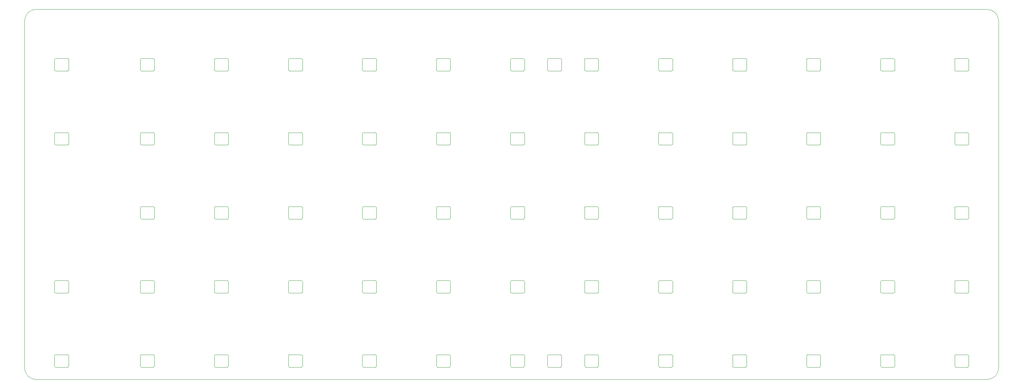
<source format=gbr>
%TF.GenerationSoftware,KiCad,Pcbnew,6.0.11-2627ca5db0~126~ubuntu22.04.1*%
%TF.CreationDate,2023-02-13T08:28:21-04:00*%
%TF.ProjectId,Topo_v0,546f706f-5f76-4302-9e6b-696361645f70,v0*%
%TF.SameCoordinates,Original*%
%TF.FileFunction,Profile,NP*%
%FSLAX46Y46*%
G04 Gerber Fmt 4.6, Leading zero omitted, Abs format (unit mm)*
G04 Created by KiCad (PCBNEW 6.0.11-2627ca5db0~126~ubuntu22.04.1) date 2023-02-13 08:28:21*
%MOMM*%
%LPD*%
G01*
G04 APERTURE LIST*
%TA.AperFunction,Profile*%
%ADD10C,0.100000*%
%TD*%
%TA.AperFunction,Profile*%
%ADD11C,0.040000*%
%TD*%
G04 APERTURE END LIST*
D10*
X267500000Y-115500000D02*
X23500000Y-115500000D01*
X267500000Y-115500000D02*
G75*
G03*
X270500000Y-112500000I0J3000000D01*
G01*
X23500000Y-20500000D02*
G75*
G03*
X20500000Y-23500000I0J-3000000D01*
G01*
X20500000Y-112500000D02*
G75*
G03*
X23500000Y-115500000I3000000J0D01*
G01*
X270500000Y-23500000D02*
G75*
G03*
X267500000Y-20500000I-3000000J0D01*
G01*
X20500000Y-23500000D02*
X20500000Y-112500000D01*
X267500000Y-20500000D02*
X23500000Y-20500000D01*
X270500000Y-23500000D02*
X270500000Y-112500000D01*
D11*
%TO.C,D73*%
X164400000Y-109100000D02*
X167600000Y-109100000D01*
X164200000Y-109300000D02*
X164200000Y-112100000D01*
X164400000Y-112300000D02*
X167600000Y-112300000D01*
X167800000Y-109300000D02*
X167800000Y-112100000D01*
X164200000Y-112100000D02*
G75*
G03*
X164400000Y-112300000I200001J1D01*
G01*
X167600000Y-112300000D02*
G75*
G03*
X167800000Y-112100000I0J200000D01*
G01*
X167800000Y-109300000D02*
G75*
G03*
X167600000Y-109100000I-200000J0D01*
G01*
X164400000Y-109100000D02*
G75*
G03*
X164200000Y-109300000I1J-200001D01*
G01*
%TO.C,D87*%
X183200000Y-93100000D02*
X183200000Y-90300000D01*
X186800000Y-93100000D02*
X186800000Y-90300000D01*
X186600000Y-90100000D02*
X183400000Y-90100000D01*
X186600000Y-93300000D02*
X183400000Y-93300000D01*
X183400000Y-90100000D02*
G75*
G03*
X183200000Y-90300000I0J-200000D01*
G01*
X186800000Y-90300000D02*
G75*
G03*
X186600000Y-90100000I-200001J-1D01*
G01*
X183200000Y-93100000D02*
G75*
G03*
X183400000Y-93300000I200000J0D01*
G01*
X186600000Y-93300000D02*
G75*
G03*
X186800000Y-93100000I-1J200001D01*
G01*
%TO.C,D80*%
X50200000Y-93100000D02*
X50200000Y-90300000D01*
X53600000Y-90100000D02*
X50400000Y-90100000D01*
X53800000Y-93100000D02*
X53800000Y-90300000D01*
X53600000Y-93300000D02*
X50400000Y-93300000D01*
X53600000Y-93300000D02*
G75*
G03*
X53800000Y-93100000I-1J200001D01*
G01*
X50400000Y-90100000D02*
G75*
G03*
X50200000Y-90300000I0J-200000D01*
G01*
X50200000Y-93100000D02*
G75*
G03*
X50400000Y-93300000I200000J0D01*
G01*
X53800000Y-90300000D02*
G75*
G03*
X53600000Y-90100000I-200001J-1D01*
G01*
%TO.C,D119*%
X69400000Y-33100000D02*
X72600000Y-33100000D01*
X69200000Y-33300000D02*
X69200000Y-36100000D01*
X72800000Y-33300000D02*
X72800000Y-36100000D01*
X69400000Y-36300000D02*
X72600000Y-36300000D01*
X72600000Y-36300000D02*
G75*
G03*
X72800000Y-36100000I0J200000D01*
G01*
X72800000Y-33300000D02*
G75*
G03*
X72600000Y-33100000I-200000J0D01*
G01*
X69200000Y-36100000D02*
G75*
G03*
X69400000Y-36300000I200001J1D01*
G01*
X69400000Y-33100000D02*
G75*
G03*
X69200000Y-33300000I1J-200001D01*
G01*
%TO.C,D103*%
X259200000Y-74100000D02*
X259200000Y-71300000D01*
X262600000Y-74300000D02*
X259400000Y-74300000D01*
X262800000Y-74100000D02*
X262800000Y-71300000D01*
X262600000Y-71100000D02*
X259400000Y-71100000D01*
X262600000Y-74300000D02*
G75*
G03*
X262800000Y-74100000I-1J200001D01*
G01*
X259400000Y-71100000D02*
G75*
G03*
X259200000Y-71300000I0J-200000D01*
G01*
X259200000Y-74100000D02*
G75*
G03*
X259400000Y-74300000I200000J0D01*
G01*
X262800000Y-71300000D02*
G75*
G03*
X262600000Y-71100000I-200001J-1D01*
G01*
%TO.C,D89*%
X221200000Y-93100000D02*
X221200000Y-90300000D01*
X224600000Y-90100000D02*
X221400000Y-90100000D01*
X224600000Y-93300000D02*
X221400000Y-93300000D01*
X224800000Y-93100000D02*
X224800000Y-90300000D01*
X224600000Y-93300000D02*
G75*
G03*
X224800000Y-93100000I-1J200001D01*
G01*
X224800000Y-90300000D02*
G75*
G03*
X224600000Y-90100000I-200001J-1D01*
G01*
X221200000Y-93100000D02*
G75*
G03*
X221400000Y-93300000I200000J0D01*
G01*
X221400000Y-90100000D02*
G75*
G03*
X221200000Y-90300000I0J-200000D01*
G01*
%TO.C,D67*%
X69400000Y-112300000D02*
X72600000Y-112300000D01*
X69200000Y-109300000D02*
X69200000Y-112100000D01*
X72800000Y-109300000D02*
X72800000Y-112100000D01*
X69400000Y-109100000D02*
X72600000Y-109100000D01*
X69400000Y-109100000D02*
G75*
G03*
X69200000Y-109300000I1J-200001D01*
G01*
X69200000Y-112100000D02*
G75*
G03*
X69400000Y-112300000I200001J1D01*
G01*
X72600000Y-112300000D02*
G75*
G03*
X72800000Y-112100000I0J200000D01*
G01*
X72800000Y-109300000D02*
G75*
G03*
X72600000Y-109100000I-200000J0D01*
G01*
%TO.C,D128*%
X221400000Y-33100000D02*
X224600000Y-33100000D01*
X221200000Y-33300000D02*
X221200000Y-36100000D01*
X221400000Y-36300000D02*
X224600000Y-36300000D01*
X224800000Y-33300000D02*
X224800000Y-36100000D01*
X221200000Y-36100000D02*
G75*
G03*
X221400000Y-36300000I200001J1D01*
G01*
X224600000Y-36300000D02*
G75*
G03*
X224800000Y-36100000I0J200000D01*
G01*
X224800000Y-33300000D02*
G75*
G03*
X224600000Y-33100000I-200000J0D01*
G01*
X221400000Y-33100000D02*
G75*
G03*
X221200000Y-33300000I1J-200001D01*
G01*
%TO.C,D65*%
X28400000Y-112300000D02*
X31600000Y-112300000D01*
X28400000Y-109100000D02*
X31600000Y-109100000D01*
X31800000Y-109300000D02*
X31800000Y-112100000D01*
X28200000Y-109300000D02*
X28200000Y-112100000D01*
X28400000Y-109100000D02*
G75*
G03*
X28200000Y-109300000I1J-200001D01*
G01*
X31600000Y-112300000D02*
G75*
G03*
X31800000Y-112100000I0J200000D01*
G01*
X31800000Y-109300000D02*
G75*
G03*
X31600000Y-109100000I-200000J0D01*
G01*
X28200000Y-112100000D02*
G75*
G03*
X28400000Y-112300000I200001J1D01*
G01*
%TO.C,D88*%
X205800000Y-93100000D02*
X205800000Y-90300000D01*
X205600000Y-90100000D02*
X202400000Y-90100000D01*
X202200000Y-93100000D02*
X202200000Y-90300000D01*
X205600000Y-93300000D02*
X202400000Y-93300000D01*
X205600000Y-93300000D02*
G75*
G03*
X205800000Y-93100000I-1J200001D01*
G01*
X202400000Y-90100000D02*
G75*
G03*
X202200000Y-90300000I0J-200000D01*
G01*
X205800000Y-90300000D02*
G75*
G03*
X205600000Y-90100000I-200001J-1D01*
G01*
X202200000Y-93100000D02*
G75*
G03*
X202400000Y-93300000I200000J0D01*
G01*
%TO.C,D86*%
X167600000Y-93300000D02*
X164400000Y-93300000D01*
X167600000Y-90100000D02*
X164400000Y-90100000D01*
X167800000Y-93100000D02*
X167800000Y-90300000D01*
X164200000Y-93100000D02*
X164200000Y-90300000D01*
X164200000Y-93100000D02*
G75*
G03*
X164400000Y-93300000I200000J0D01*
G01*
X164400000Y-90100000D02*
G75*
G03*
X164200000Y-90300000I0J-200000D01*
G01*
X167600000Y-93300000D02*
G75*
G03*
X167800000Y-93100000I-1J200001D01*
G01*
X167800000Y-90300000D02*
G75*
G03*
X167600000Y-90100000I-200001J-1D01*
G01*
%TO.C,D72*%
X154900000Y-112300000D02*
X158100000Y-112300000D01*
X154700000Y-109300000D02*
X154700000Y-112100000D01*
X158300000Y-109300000D02*
X158300000Y-112100000D01*
X154900000Y-109100000D02*
X158100000Y-109100000D01*
X154700000Y-112100000D02*
G75*
G03*
X154900000Y-112300000I200001J1D01*
G01*
X158300000Y-109300000D02*
G75*
G03*
X158100000Y-109100000I-200000J0D01*
G01*
X158100000Y-112300000D02*
G75*
G03*
X158300000Y-112100000I0J200000D01*
G01*
X154900000Y-109100000D02*
G75*
G03*
X154700000Y-109300000I1J-200001D01*
G01*
%TO.C,D85*%
X148600000Y-90100000D02*
X145400000Y-90100000D01*
X145200000Y-93100000D02*
X145200000Y-90300000D01*
X148600000Y-93300000D02*
X145400000Y-93300000D01*
X148800000Y-93100000D02*
X148800000Y-90300000D01*
X145200000Y-93100000D02*
G75*
G03*
X145400000Y-93300000I200000J0D01*
G01*
X148800000Y-90300000D02*
G75*
G03*
X148600000Y-90100000I-200001J-1D01*
G01*
X148600000Y-93300000D02*
G75*
G03*
X148800000Y-93100000I-1J200001D01*
G01*
X145400000Y-90100000D02*
G75*
G03*
X145200000Y-90300000I0J-200000D01*
G01*
%TO.C,D130*%
X262800000Y-33300000D02*
X262800000Y-36100000D01*
X259400000Y-33100000D02*
X262600000Y-33100000D01*
X259200000Y-33300000D02*
X259200000Y-36100000D01*
X259400000Y-36300000D02*
X262600000Y-36300000D01*
X262800000Y-33300000D02*
G75*
G03*
X262600000Y-33100000I-200000J0D01*
G01*
X262600000Y-36300000D02*
G75*
G03*
X262800000Y-36100000I0J200000D01*
G01*
X259200000Y-36100000D02*
G75*
G03*
X259400000Y-36300000I200001J1D01*
G01*
X259400000Y-33100000D02*
G75*
G03*
X259200000Y-33300000I1J-200001D01*
G01*
%TO.C,D74*%
X183200000Y-109300000D02*
X183200000Y-112100000D01*
X183400000Y-109100000D02*
X186600000Y-109100000D01*
X183400000Y-112300000D02*
X186600000Y-112300000D01*
X186800000Y-109300000D02*
X186800000Y-112100000D01*
X186800000Y-109300000D02*
G75*
G03*
X186600000Y-109100000I-200000J0D01*
G01*
X186600000Y-112300000D02*
G75*
G03*
X186800000Y-112100000I0J200000D01*
G01*
X183400000Y-109100000D02*
G75*
G03*
X183200000Y-109300000I1J-200001D01*
G01*
X183200000Y-112100000D02*
G75*
G03*
X183400000Y-112300000I200001J1D01*
G01*
%TO.C,D122*%
X126200000Y-33300000D02*
X126200000Y-36100000D01*
X126400000Y-36300000D02*
X129600000Y-36300000D01*
X129800000Y-33300000D02*
X129800000Y-36100000D01*
X126400000Y-33100000D02*
X129600000Y-33100000D01*
X129800000Y-33300000D02*
G75*
G03*
X129600000Y-33100000I-200000J0D01*
G01*
X129600000Y-36300000D02*
G75*
G03*
X129800000Y-36100000I0J200000D01*
G01*
X126200000Y-36100000D02*
G75*
G03*
X126400000Y-36300000I200001J1D01*
G01*
X126400000Y-33100000D02*
G75*
G03*
X126200000Y-33300000I1J-200001D01*
G01*
%TO.C,D99*%
X183400000Y-71100000D02*
X186600000Y-71100000D01*
X183200000Y-71300000D02*
X183200000Y-74100000D01*
X186800000Y-71300000D02*
X186800000Y-74100000D01*
X183400000Y-74300000D02*
X186600000Y-74300000D01*
X183400000Y-71100000D02*
G75*
G03*
X183200000Y-71300000I1J-200001D01*
G01*
X186800000Y-71300000D02*
G75*
G03*
X186600000Y-71100000I-200000J0D01*
G01*
X183200000Y-74100000D02*
G75*
G03*
X183400000Y-74300000I200001J1D01*
G01*
X186600000Y-74300000D02*
G75*
G03*
X186800000Y-74100000I0J200000D01*
G01*
%TO.C,D113*%
X205800000Y-55100000D02*
X205800000Y-52300000D01*
X205600000Y-55300000D02*
X202400000Y-55300000D01*
X202200000Y-55100000D02*
X202200000Y-52300000D01*
X205600000Y-52100000D02*
X202400000Y-52100000D01*
X205800000Y-52300000D02*
G75*
G03*
X205600000Y-52100000I-200001J-1D01*
G01*
X202200000Y-55100000D02*
G75*
G03*
X202400000Y-55300000I200000J0D01*
G01*
X205600000Y-55300000D02*
G75*
G03*
X205800000Y-55100000I-1J200001D01*
G01*
X202400000Y-52100000D02*
G75*
G03*
X202200000Y-52300000I0J-200000D01*
G01*
%TO.C,D106*%
X72800000Y-55100000D02*
X72800000Y-52300000D01*
X69200000Y-55100000D02*
X69200000Y-52300000D01*
X72600000Y-52100000D02*
X69400000Y-52100000D01*
X72600000Y-55300000D02*
X69400000Y-55300000D01*
X72600000Y-55300000D02*
G75*
G03*
X72800000Y-55100000I-1J200001D01*
G01*
X69400000Y-52100000D02*
G75*
G03*
X69200000Y-52300000I0J-200000D01*
G01*
X72800000Y-52300000D02*
G75*
G03*
X72600000Y-52100000I-200001J-1D01*
G01*
X69200000Y-55100000D02*
G75*
G03*
X69400000Y-55300000I200000J0D01*
G01*
%TO.C,D75*%
X202400000Y-109100000D02*
X205600000Y-109100000D01*
X205800000Y-109300000D02*
X205800000Y-112100000D01*
X202200000Y-109300000D02*
X202200000Y-112100000D01*
X202400000Y-112300000D02*
X205600000Y-112300000D01*
X205600000Y-112300000D02*
G75*
G03*
X205800000Y-112100000I0J200000D01*
G01*
X202400000Y-109100000D02*
G75*
G03*
X202200000Y-109300000I1J-200001D01*
G01*
X202200000Y-112100000D02*
G75*
G03*
X202400000Y-112300000I200001J1D01*
G01*
X205800000Y-109300000D02*
G75*
G03*
X205600000Y-109100000I-200000J0D01*
G01*
%TO.C,D102*%
X243800000Y-71300000D02*
X243800000Y-74100000D01*
X240400000Y-74300000D02*
X243600000Y-74300000D01*
X240400000Y-71100000D02*
X243600000Y-71100000D01*
X240200000Y-71300000D02*
X240200000Y-74100000D01*
X240400000Y-71100000D02*
G75*
G03*
X240200000Y-71300000I1J-200001D01*
G01*
X240200000Y-74100000D02*
G75*
G03*
X240400000Y-74300000I200001J1D01*
G01*
X243600000Y-74300000D02*
G75*
G03*
X243800000Y-74100000I0J200000D01*
G01*
X243800000Y-71300000D02*
G75*
G03*
X243600000Y-71100000I-200000J0D01*
G01*
%TO.C,D70*%
X126400000Y-109100000D02*
X129600000Y-109100000D01*
X126400000Y-112300000D02*
X129600000Y-112300000D01*
X129800000Y-109300000D02*
X129800000Y-112100000D01*
X126200000Y-109300000D02*
X126200000Y-112100000D01*
X126200000Y-112100000D02*
G75*
G03*
X126400000Y-112300000I200001J1D01*
G01*
X126400000Y-109100000D02*
G75*
G03*
X126200000Y-109300000I1J-200001D01*
G01*
X129800000Y-109300000D02*
G75*
G03*
X129600000Y-109100000I-200000J0D01*
G01*
X129600000Y-112300000D02*
G75*
G03*
X129800000Y-112100000I0J200000D01*
G01*
%TO.C,D94*%
X88200000Y-71300000D02*
X88200000Y-74100000D01*
X88400000Y-74300000D02*
X91600000Y-74300000D01*
X91800000Y-71300000D02*
X91800000Y-74100000D01*
X88400000Y-71100000D02*
X91600000Y-71100000D01*
X88400000Y-71100000D02*
G75*
G03*
X88200000Y-71300000I1J-200001D01*
G01*
X91800000Y-71300000D02*
G75*
G03*
X91600000Y-71100000I-200000J0D01*
G01*
X88200000Y-74100000D02*
G75*
G03*
X88400000Y-74300000I200001J1D01*
G01*
X91600000Y-74300000D02*
G75*
G03*
X91800000Y-74100000I0J200000D01*
G01*
%TO.C,D124*%
X158300000Y-33300000D02*
X158300000Y-36100000D01*
X154900000Y-36300000D02*
X158100000Y-36300000D01*
X154900000Y-33100000D02*
X158100000Y-33100000D01*
X154700000Y-33300000D02*
X154700000Y-36100000D01*
X154900000Y-33100000D02*
G75*
G03*
X154700000Y-33300000I1J-200001D01*
G01*
X154700000Y-36100000D02*
G75*
G03*
X154900000Y-36300000I200001J1D01*
G01*
X158300000Y-33300000D02*
G75*
G03*
X158100000Y-33100000I-200000J0D01*
G01*
X158100000Y-36300000D02*
G75*
G03*
X158300000Y-36100000I0J200000D01*
G01*
%TO.C,D96*%
X126400000Y-71100000D02*
X129600000Y-71100000D01*
X126200000Y-71300000D02*
X126200000Y-74100000D01*
X126400000Y-74300000D02*
X129600000Y-74300000D01*
X129800000Y-71300000D02*
X129800000Y-74100000D01*
X129600000Y-74300000D02*
G75*
G03*
X129800000Y-74100000I0J200000D01*
G01*
X129800000Y-71300000D02*
G75*
G03*
X129600000Y-71100000I-200000J0D01*
G01*
X126200000Y-74100000D02*
G75*
G03*
X126400000Y-74300000I200001J1D01*
G01*
X126400000Y-71100000D02*
G75*
G03*
X126200000Y-71300000I1J-200001D01*
G01*
%TO.C,D125*%
X164200000Y-33300000D02*
X164200000Y-36100000D01*
X164400000Y-36300000D02*
X167600000Y-36300000D01*
X164400000Y-33100000D02*
X167600000Y-33100000D01*
X167800000Y-33300000D02*
X167800000Y-36100000D01*
X164200000Y-36100000D02*
G75*
G03*
X164400000Y-36300000I200001J1D01*
G01*
X167600000Y-36300000D02*
G75*
G03*
X167800000Y-36100000I0J200000D01*
G01*
X167800000Y-33300000D02*
G75*
G03*
X167600000Y-33100000I-200000J0D01*
G01*
X164400000Y-33100000D02*
G75*
G03*
X164200000Y-33300000I1J-200001D01*
G01*
%TO.C,D121*%
X107200000Y-33300000D02*
X107200000Y-36100000D01*
X107400000Y-33100000D02*
X110600000Y-33100000D01*
X110800000Y-33300000D02*
X110800000Y-36100000D01*
X107400000Y-36300000D02*
X110600000Y-36300000D01*
X110800000Y-33300000D02*
G75*
G03*
X110600000Y-33100000I-200000J0D01*
G01*
X107400000Y-33100000D02*
G75*
G03*
X107200000Y-33300000I1J-200001D01*
G01*
X107200000Y-36100000D02*
G75*
G03*
X107400000Y-36300000I200001J1D01*
G01*
X110600000Y-36300000D02*
G75*
G03*
X110800000Y-36100000I0J200000D01*
G01*
%TO.C,D127*%
X205800000Y-33300000D02*
X205800000Y-36100000D01*
X202400000Y-33100000D02*
X205600000Y-33100000D01*
X202200000Y-33300000D02*
X202200000Y-36100000D01*
X202400000Y-36300000D02*
X205600000Y-36300000D01*
X202200000Y-36100000D02*
G75*
G03*
X202400000Y-36300000I200001J1D01*
G01*
X205600000Y-36300000D02*
G75*
G03*
X205800000Y-36100000I0J200000D01*
G01*
X205800000Y-33300000D02*
G75*
G03*
X205600000Y-33100000I-200000J0D01*
G01*
X202400000Y-33100000D02*
G75*
G03*
X202200000Y-33300000I1J-200001D01*
G01*
%TO.C,D104*%
X28200000Y-55100000D02*
X28200000Y-52300000D01*
X31600000Y-55300000D02*
X28400000Y-55300000D01*
X31800000Y-55100000D02*
X31800000Y-52300000D01*
X31600000Y-52100000D02*
X28400000Y-52100000D01*
X31800000Y-52300000D02*
G75*
G03*
X31600000Y-52100000I-200001J-1D01*
G01*
X28400000Y-52100000D02*
G75*
G03*
X28200000Y-52300000I0J-200000D01*
G01*
X28200000Y-55100000D02*
G75*
G03*
X28400000Y-55300000I200000J0D01*
G01*
X31600000Y-55300000D02*
G75*
G03*
X31800000Y-55100000I-1J200001D01*
G01*
%TO.C,D83*%
X110600000Y-93300000D02*
X107400000Y-93300000D01*
X110800000Y-93100000D02*
X110800000Y-90300000D01*
X107200000Y-93100000D02*
X107200000Y-90300000D01*
X110600000Y-90100000D02*
X107400000Y-90100000D01*
X110600000Y-93300000D02*
G75*
G03*
X110800000Y-93100000I-1J200001D01*
G01*
X110800000Y-90300000D02*
G75*
G03*
X110600000Y-90100000I-200001J-1D01*
G01*
X107400000Y-90100000D02*
G75*
G03*
X107200000Y-90300000I0J-200000D01*
G01*
X107200000Y-93100000D02*
G75*
G03*
X107400000Y-93300000I200000J0D01*
G01*
%TO.C,D82*%
X91800000Y-93100000D02*
X91800000Y-90300000D01*
X88200000Y-93100000D02*
X88200000Y-90300000D01*
X91600000Y-90100000D02*
X88400000Y-90100000D01*
X91600000Y-93300000D02*
X88400000Y-93300000D01*
X88200000Y-93100000D02*
G75*
G03*
X88400000Y-93300000I200000J0D01*
G01*
X91600000Y-93300000D02*
G75*
G03*
X91800000Y-93100000I-1J200001D01*
G01*
X88400000Y-90100000D02*
G75*
G03*
X88200000Y-90300000I0J-200000D01*
G01*
X91800000Y-90300000D02*
G75*
G03*
X91600000Y-90100000I-200001J-1D01*
G01*
%TO.C,D97*%
X145400000Y-71100000D02*
X148600000Y-71100000D01*
X145200000Y-71300000D02*
X145200000Y-74100000D01*
X148800000Y-71300000D02*
X148800000Y-74100000D01*
X145400000Y-74300000D02*
X148600000Y-74300000D01*
X148800000Y-71300000D02*
G75*
G03*
X148600000Y-71100000I-200000J0D01*
G01*
X148600000Y-74300000D02*
G75*
G03*
X148800000Y-74100000I0J200000D01*
G01*
X145200000Y-74100000D02*
G75*
G03*
X145400000Y-74300000I200001J1D01*
G01*
X145400000Y-71100000D02*
G75*
G03*
X145200000Y-71300000I1J-200001D01*
G01*
%TO.C,D71*%
X145400000Y-112300000D02*
X148600000Y-112300000D01*
X148800000Y-109300000D02*
X148800000Y-112100000D01*
X145200000Y-109300000D02*
X145200000Y-112100000D01*
X145400000Y-109100000D02*
X148600000Y-109100000D01*
X148800000Y-109300000D02*
G75*
G03*
X148600000Y-109100000I-200000J0D01*
G01*
X148600000Y-112300000D02*
G75*
G03*
X148800000Y-112100000I0J200000D01*
G01*
X145200000Y-112100000D02*
G75*
G03*
X145400000Y-112300000I200001J1D01*
G01*
X145400000Y-109100000D02*
G75*
G03*
X145200000Y-109300000I1J-200001D01*
G01*
%TO.C,D107*%
X91600000Y-55300000D02*
X88400000Y-55300000D01*
X91600000Y-52100000D02*
X88400000Y-52100000D01*
X91800000Y-55100000D02*
X91800000Y-52300000D01*
X88200000Y-55100000D02*
X88200000Y-52300000D01*
X91800000Y-52300000D02*
G75*
G03*
X91600000Y-52100000I-200001J-1D01*
G01*
X88200000Y-55100000D02*
G75*
G03*
X88400000Y-55300000I200000J0D01*
G01*
X88400000Y-52100000D02*
G75*
G03*
X88200000Y-52300000I0J-200000D01*
G01*
X91600000Y-55300000D02*
G75*
G03*
X91800000Y-55100000I-1J200001D01*
G01*
%TO.C,D101*%
X221400000Y-74300000D02*
X224600000Y-74300000D01*
X224800000Y-71300000D02*
X224800000Y-74100000D01*
X221400000Y-71100000D02*
X224600000Y-71100000D01*
X221200000Y-71300000D02*
X221200000Y-74100000D01*
X224600000Y-74300000D02*
G75*
G03*
X224800000Y-74100000I0J200000D01*
G01*
X221200000Y-74100000D02*
G75*
G03*
X221400000Y-74300000I200001J1D01*
G01*
X221400000Y-71100000D02*
G75*
G03*
X221200000Y-71300000I1J-200001D01*
G01*
X224800000Y-71300000D02*
G75*
G03*
X224600000Y-71100000I-200000J0D01*
G01*
%TO.C,D118*%
X50200000Y-33300000D02*
X50200000Y-36100000D01*
X53800000Y-33300000D02*
X53800000Y-36100000D01*
X50400000Y-33100000D02*
X53600000Y-33100000D01*
X50400000Y-36300000D02*
X53600000Y-36300000D01*
X50400000Y-33100000D02*
G75*
G03*
X50200000Y-33300000I1J-200001D01*
G01*
X53600000Y-36300000D02*
G75*
G03*
X53800000Y-36100000I0J200000D01*
G01*
X53800000Y-33300000D02*
G75*
G03*
X53600000Y-33100000I-200000J0D01*
G01*
X50200000Y-36100000D02*
G75*
G03*
X50400000Y-36300000I200001J1D01*
G01*
%TO.C,D78*%
X262800000Y-109300000D02*
X262800000Y-112100000D01*
X259400000Y-112300000D02*
X262600000Y-112300000D01*
X259200000Y-109300000D02*
X259200000Y-112100000D01*
X259400000Y-109100000D02*
X262600000Y-109100000D01*
X259400000Y-109100000D02*
G75*
G03*
X259200000Y-109300000I1J-200001D01*
G01*
X259200000Y-112100000D02*
G75*
G03*
X259400000Y-112300000I200001J1D01*
G01*
X262800000Y-109300000D02*
G75*
G03*
X262600000Y-109100000I-200000J0D01*
G01*
X262600000Y-112300000D02*
G75*
G03*
X262800000Y-112100000I0J200000D01*
G01*
%TO.C,D77*%
X243800000Y-109300000D02*
X243800000Y-112100000D01*
X240400000Y-109100000D02*
X243600000Y-109100000D01*
X240400000Y-112300000D02*
X243600000Y-112300000D01*
X240200000Y-109300000D02*
X240200000Y-112100000D01*
X243800000Y-109300000D02*
G75*
G03*
X243600000Y-109100000I-200000J0D01*
G01*
X240200000Y-112100000D02*
G75*
G03*
X240400000Y-112300000I200001J1D01*
G01*
X243600000Y-112300000D02*
G75*
G03*
X243800000Y-112100000I0J200000D01*
G01*
X240400000Y-109100000D02*
G75*
G03*
X240200000Y-109300000I1J-200001D01*
G01*
%TO.C,D90*%
X243600000Y-90100000D02*
X240400000Y-90100000D01*
X243800000Y-93100000D02*
X243800000Y-90300000D01*
X243600000Y-93300000D02*
X240400000Y-93300000D01*
X240200000Y-93100000D02*
X240200000Y-90300000D01*
X240400000Y-90100000D02*
G75*
G03*
X240200000Y-90300000I0J-200000D01*
G01*
X243600000Y-93300000D02*
G75*
G03*
X243800000Y-93100000I-1J200001D01*
G01*
X240200000Y-93100000D02*
G75*
G03*
X240400000Y-93300000I200000J0D01*
G01*
X243800000Y-90300000D02*
G75*
G03*
X243600000Y-90100000I-200001J-1D01*
G01*
%TO.C,D69*%
X107400000Y-112300000D02*
X110600000Y-112300000D01*
X107200000Y-109300000D02*
X107200000Y-112100000D01*
X107400000Y-109100000D02*
X110600000Y-109100000D01*
X110800000Y-109300000D02*
X110800000Y-112100000D01*
X107400000Y-109100000D02*
G75*
G03*
X107200000Y-109300000I1J-200001D01*
G01*
X107200000Y-112100000D02*
G75*
G03*
X107400000Y-112300000I200001J1D01*
G01*
X110600000Y-112300000D02*
G75*
G03*
X110800000Y-112100000I0J200000D01*
G01*
X110800000Y-109300000D02*
G75*
G03*
X110600000Y-109100000I-200000J0D01*
G01*
%TO.C,D68*%
X91800000Y-109300000D02*
X91800000Y-112100000D01*
X88200000Y-109300000D02*
X88200000Y-112100000D01*
X88400000Y-112300000D02*
X91600000Y-112300000D01*
X88400000Y-109100000D02*
X91600000Y-109100000D01*
X91800000Y-109300000D02*
G75*
G03*
X91600000Y-109100000I-200000J0D01*
G01*
X88400000Y-109100000D02*
G75*
G03*
X88200000Y-109300000I1J-200001D01*
G01*
X91600000Y-112300000D02*
G75*
G03*
X91800000Y-112100000I0J200000D01*
G01*
X88200000Y-112100000D02*
G75*
G03*
X88400000Y-112300000I200001J1D01*
G01*
%TO.C,D84*%
X126200000Y-93100000D02*
X126200000Y-90300000D01*
X129600000Y-90100000D02*
X126400000Y-90100000D01*
X129800000Y-93100000D02*
X129800000Y-90300000D01*
X129600000Y-93300000D02*
X126400000Y-93300000D01*
X126200000Y-93100000D02*
G75*
G03*
X126400000Y-93300000I200000J0D01*
G01*
X126400000Y-90100000D02*
G75*
G03*
X126200000Y-90300000I0J-200000D01*
G01*
X129600000Y-93300000D02*
G75*
G03*
X129800000Y-93100000I-1J200001D01*
G01*
X129800000Y-90300000D02*
G75*
G03*
X129600000Y-90100000I-200001J-1D01*
G01*
%TO.C,D95*%
X107200000Y-71300000D02*
X107200000Y-74100000D01*
X107400000Y-74300000D02*
X110600000Y-74300000D01*
X107400000Y-71100000D02*
X110600000Y-71100000D01*
X110800000Y-71300000D02*
X110800000Y-74100000D01*
X107200000Y-74100000D02*
G75*
G03*
X107400000Y-74300000I200001J1D01*
G01*
X110600000Y-74300000D02*
G75*
G03*
X110800000Y-74100000I0J200000D01*
G01*
X107400000Y-71100000D02*
G75*
G03*
X107200000Y-71300000I1J-200001D01*
G01*
X110800000Y-71300000D02*
G75*
G03*
X110600000Y-71100000I-200000J0D01*
G01*
%TO.C,D116*%
X262800000Y-55100000D02*
X262800000Y-52300000D01*
X259200000Y-55100000D02*
X259200000Y-52300000D01*
X262600000Y-52100000D02*
X259400000Y-52100000D01*
X262600000Y-55300000D02*
X259400000Y-55300000D01*
X259400000Y-52100000D02*
G75*
G03*
X259200000Y-52300000I0J-200000D01*
G01*
X262800000Y-52300000D02*
G75*
G03*
X262600000Y-52100000I-200001J-1D01*
G01*
X262600000Y-55300000D02*
G75*
G03*
X262800000Y-55100000I-1J200001D01*
G01*
X259200000Y-55100000D02*
G75*
G03*
X259400000Y-55300000I200000J0D01*
G01*
%TO.C,D120*%
X91800000Y-33300000D02*
X91800000Y-36100000D01*
X88400000Y-36300000D02*
X91600000Y-36300000D01*
X88200000Y-33300000D02*
X88200000Y-36100000D01*
X88400000Y-33100000D02*
X91600000Y-33100000D01*
X91600000Y-36300000D02*
G75*
G03*
X91800000Y-36100000I0J200000D01*
G01*
X91800000Y-33300000D02*
G75*
G03*
X91600000Y-33100000I-200000J0D01*
G01*
X88200000Y-36100000D02*
G75*
G03*
X88400000Y-36300000I200001J1D01*
G01*
X88400000Y-33100000D02*
G75*
G03*
X88200000Y-33300000I1J-200001D01*
G01*
%TO.C,D110*%
X148600000Y-52100000D02*
X145400000Y-52100000D01*
X148600000Y-55300000D02*
X145400000Y-55300000D01*
X145200000Y-55100000D02*
X145200000Y-52300000D01*
X148800000Y-55100000D02*
X148800000Y-52300000D01*
X148800000Y-52300000D02*
G75*
G03*
X148600000Y-52100000I-200001J-1D01*
G01*
X145400000Y-52100000D02*
G75*
G03*
X145200000Y-52300000I0J-200000D01*
G01*
X148600000Y-55300000D02*
G75*
G03*
X148800000Y-55100000I-1J200001D01*
G01*
X145200000Y-55100000D02*
G75*
G03*
X145400000Y-55300000I200000J0D01*
G01*
%TO.C,D93*%
X69400000Y-71100000D02*
X72600000Y-71100000D01*
X69200000Y-71300000D02*
X69200000Y-74100000D01*
X69400000Y-74300000D02*
X72600000Y-74300000D01*
X72800000Y-71300000D02*
X72800000Y-74100000D01*
X72600000Y-74300000D02*
G75*
G03*
X72800000Y-74100000I0J200000D01*
G01*
X69200000Y-74100000D02*
G75*
G03*
X69400000Y-74300000I200001J1D01*
G01*
X69400000Y-71100000D02*
G75*
G03*
X69200000Y-71300000I1J-200001D01*
G01*
X72800000Y-71300000D02*
G75*
G03*
X72600000Y-71100000I-200000J0D01*
G01*
%TO.C,D98*%
X164400000Y-71100000D02*
X167600000Y-71100000D01*
X164400000Y-74300000D02*
X167600000Y-74300000D01*
X167800000Y-71300000D02*
X167800000Y-74100000D01*
X164200000Y-71300000D02*
X164200000Y-74100000D01*
X164200000Y-74100000D02*
G75*
G03*
X164400000Y-74300000I200001J1D01*
G01*
X167600000Y-74300000D02*
G75*
G03*
X167800000Y-74100000I0J200000D01*
G01*
X164400000Y-71100000D02*
G75*
G03*
X164200000Y-71300000I1J-200001D01*
G01*
X167800000Y-71300000D02*
G75*
G03*
X167600000Y-71100000I-200000J0D01*
G01*
%TO.C,D115*%
X243600000Y-55300000D02*
X240400000Y-55300000D01*
X243600000Y-52100000D02*
X240400000Y-52100000D01*
X243800000Y-55100000D02*
X243800000Y-52300000D01*
X240200000Y-55100000D02*
X240200000Y-52300000D01*
X243600000Y-55300000D02*
G75*
G03*
X243800000Y-55100000I-1J200001D01*
G01*
X243800000Y-52300000D02*
G75*
G03*
X243600000Y-52100000I-200001J-1D01*
G01*
X240200000Y-55100000D02*
G75*
G03*
X240400000Y-55300000I200000J0D01*
G01*
X240400000Y-52100000D02*
G75*
G03*
X240200000Y-52300000I0J-200000D01*
G01*
%TO.C,D105*%
X53800000Y-55100000D02*
X53800000Y-52300000D01*
X53600000Y-55300000D02*
X50400000Y-55300000D01*
X53600000Y-52100000D02*
X50400000Y-52100000D01*
X50200000Y-55100000D02*
X50200000Y-52300000D01*
X53800000Y-52300000D02*
G75*
G03*
X53600000Y-52100000I-200001J-1D01*
G01*
X53600000Y-55300000D02*
G75*
G03*
X53800000Y-55100000I-1J200001D01*
G01*
X50400000Y-52100000D02*
G75*
G03*
X50200000Y-52300000I0J-200000D01*
G01*
X50200000Y-55100000D02*
G75*
G03*
X50400000Y-55300000I200000J0D01*
G01*
%TO.C,D100*%
X202200000Y-71300000D02*
X202200000Y-74100000D01*
X202400000Y-74300000D02*
X205600000Y-74300000D01*
X202400000Y-71100000D02*
X205600000Y-71100000D01*
X205800000Y-71300000D02*
X205800000Y-74100000D01*
X202400000Y-71100000D02*
G75*
G03*
X202200000Y-71300000I1J-200001D01*
G01*
X205800000Y-71300000D02*
G75*
G03*
X205600000Y-71100000I-200000J0D01*
G01*
X205600000Y-74300000D02*
G75*
G03*
X205800000Y-74100000I0J200000D01*
G01*
X202200000Y-74100000D02*
G75*
G03*
X202400000Y-74300000I200001J1D01*
G01*
%TO.C,D126*%
X183400000Y-33100000D02*
X186600000Y-33100000D01*
X183400000Y-36300000D02*
X186600000Y-36300000D01*
X186800000Y-33300000D02*
X186800000Y-36100000D01*
X183200000Y-33300000D02*
X183200000Y-36100000D01*
X183200000Y-36100000D02*
G75*
G03*
X183400000Y-36300000I200001J1D01*
G01*
X183400000Y-33100000D02*
G75*
G03*
X183200000Y-33300000I1J-200001D01*
G01*
X186600000Y-36300000D02*
G75*
G03*
X186800000Y-36100000I0J200000D01*
G01*
X186800000Y-33300000D02*
G75*
G03*
X186600000Y-33100000I-200000J0D01*
G01*
%TO.C,D109*%
X126200000Y-55100000D02*
X126200000Y-52300000D01*
X129600000Y-52100000D02*
X126400000Y-52100000D01*
X129800000Y-55100000D02*
X129800000Y-52300000D01*
X129600000Y-55300000D02*
X126400000Y-55300000D01*
X126200000Y-55100000D02*
G75*
G03*
X126400000Y-55300000I200000J0D01*
G01*
X129600000Y-55300000D02*
G75*
G03*
X129800000Y-55100000I-1J200001D01*
G01*
X129800000Y-52300000D02*
G75*
G03*
X129600000Y-52100000I-200001J-1D01*
G01*
X126400000Y-52100000D02*
G75*
G03*
X126200000Y-52300000I0J-200000D01*
G01*
%TO.C,D112*%
X186800000Y-55100000D02*
X186800000Y-52300000D01*
X183200000Y-55100000D02*
X183200000Y-52300000D01*
X186600000Y-55300000D02*
X183400000Y-55300000D01*
X186600000Y-52100000D02*
X183400000Y-52100000D01*
X186600000Y-55300000D02*
G75*
G03*
X186800000Y-55100000I-1J200001D01*
G01*
X186800000Y-52300000D02*
G75*
G03*
X186600000Y-52100000I-200001J-1D01*
G01*
X183200000Y-55100000D02*
G75*
G03*
X183400000Y-55300000I200000J0D01*
G01*
X183400000Y-52100000D02*
G75*
G03*
X183200000Y-52300000I0J-200000D01*
G01*
%TO.C,D129*%
X240400000Y-33100000D02*
X243600000Y-33100000D01*
X240400000Y-36300000D02*
X243600000Y-36300000D01*
X240200000Y-33300000D02*
X240200000Y-36100000D01*
X243800000Y-33300000D02*
X243800000Y-36100000D01*
X243800000Y-33300000D02*
G75*
G03*
X243600000Y-33100000I-200000J0D01*
G01*
X240200000Y-36100000D02*
G75*
G03*
X240400000Y-36300000I200001J1D01*
G01*
X240400000Y-33100000D02*
G75*
G03*
X240200000Y-33300000I1J-200001D01*
G01*
X243600000Y-36300000D02*
G75*
G03*
X243800000Y-36100000I0J200000D01*
G01*
%TO.C,D117*%
X31800000Y-33300000D02*
X31800000Y-36100000D01*
X28400000Y-36300000D02*
X31600000Y-36300000D01*
X28400000Y-33100000D02*
X31600000Y-33100000D01*
X28200000Y-33300000D02*
X28200000Y-36100000D01*
X28400000Y-33100000D02*
G75*
G03*
X28200000Y-33300000I1J-200001D01*
G01*
X31800000Y-33300000D02*
G75*
G03*
X31600000Y-33100000I-200000J0D01*
G01*
X28200000Y-36100000D02*
G75*
G03*
X28400000Y-36300000I200001J1D01*
G01*
X31600000Y-36300000D02*
G75*
G03*
X31800000Y-36100000I0J200000D01*
G01*
%TO.C,D79*%
X31600000Y-93300000D02*
X28400000Y-93300000D01*
X31600000Y-90100000D02*
X28400000Y-90100000D01*
X28200000Y-93100000D02*
X28200000Y-90300000D01*
X31800000Y-93100000D02*
X31800000Y-90300000D01*
X28200000Y-93100000D02*
G75*
G03*
X28400000Y-93300000I200000J0D01*
G01*
X28400000Y-90100000D02*
G75*
G03*
X28200000Y-90300000I0J-200000D01*
G01*
X31600000Y-93300000D02*
G75*
G03*
X31800000Y-93100000I-1J200001D01*
G01*
X31800000Y-90300000D02*
G75*
G03*
X31600000Y-90100000I-200001J-1D01*
G01*
%TO.C,D92*%
X50200000Y-71300000D02*
X50200000Y-74100000D01*
X53800000Y-71300000D02*
X53800000Y-74100000D01*
X50400000Y-74300000D02*
X53600000Y-74300000D01*
X50400000Y-71100000D02*
X53600000Y-71100000D01*
X53800000Y-71300000D02*
G75*
G03*
X53600000Y-71100000I-200000J0D01*
G01*
X50400000Y-71100000D02*
G75*
G03*
X50200000Y-71300000I1J-200001D01*
G01*
X50200000Y-74100000D02*
G75*
G03*
X50400000Y-74300000I200001J1D01*
G01*
X53600000Y-74300000D02*
G75*
G03*
X53800000Y-74100000I0J200000D01*
G01*
%TO.C,D91*%
X262600000Y-90100000D02*
X259400000Y-90100000D01*
X262800000Y-93100000D02*
X262800000Y-90300000D01*
X262600000Y-93300000D02*
X259400000Y-93300000D01*
X259200000Y-93100000D02*
X259200000Y-90300000D01*
X262600000Y-93300000D02*
G75*
G03*
X262800000Y-93100000I-1J200001D01*
G01*
X262800000Y-90300000D02*
G75*
G03*
X262600000Y-90100000I-200001J-1D01*
G01*
X259200000Y-93100000D02*
G75*
G03*
X259400000Y-93300000I200000J0D01*
G01*
X259400000Y-90100000D02*
G75*
G03*
X259200000Y-90300000I0J-200000D01*
G01*
%TO.C,D81*%
X72600000Y-93300000D02*
X69400000Y-93300000D01*
X69200000Y-93100000D02*
X69200000Y-90300000D01*
X72800000Y-93100000D02*
X72800000Y-90300000D01*
X72600000Y-90100000D02*
X69400000Y-90100000D01*
X69400000Y-90100000D02*
G75*
G03*
X69200000Y-90300000I0J-200000D01*
G01*
X72600000Y-93300000D02*
G75*
G03*
X72800000Y-93100000I-1J200001D01*
G01*
X72800000Y-90300000D02*
G75*
G03*
X72600000Y-90100000I-200001J-1D01*
G01*
X69200000Y-93100000D02*
G75*
G03*
X69400000Y-93300000I200000J0D01*
G01*
%TO.C,D123*%
X145200000Y-33300000D02*
X145200000Y-36100000D01*
X148800000Y-33300000D02*
X148800000Y-36100000D01*
X145400000Y-33100000D02*
X148600000Y-33100000D01*
X145400000Y-36300000D02*
X148600000Y-36300000D01*
X148800000Y-33300000D02*
G75*
G03*
X148600000Y-33100000I-200000J0D01*
G01*
X145200000Y-36100000D02*
G75*
G03*
X145400000Y-36300000I200001J1D01*
G01*
X148600000Y-36300000D02*
G75*
G03*
X148800000Y-36100000I0J200000D01*
G01*
X145400000Y-33100000D02*
G75*
G03*
X145200000Y-33300000I1J-200001D01*
G01*
%TO.C,D108*%
X110800000Y-55100000D02*
X110800000Y-52300000D01*
X107200000Y-55100000D02*
X107200000Y-52300000D01*
X110600000Y-55300000D02*
X107400000Y-55300000D01*
X110600000Y-52100000D02*
X107400000Y-52100000D01*
X107400000Y-52100000D02*
G75*
G03*
X107200000Y-52300000I0J-200000D01*
G01*
X110800000Y-52300000D02*
G75*
G03*
X110600000Y-52100000I-200001J-1D01*
G01*
X110600000Y-55300000D02*
G75*
G03*
X110800000Y-55100000I-1J200001D01*
G01*
X107200000Y-55100000D02*
G75*
G03*
X107400000Y-55300000I200000J0D01*
G01*
%TO.C,D76*%
X221200000Y-109300000D02*
X221200000Y-112100000D01*
X221400000Y-109100000D02*
X224600000Y-109100000D01*
X224800000Y-109300000D02*
X224800000Y-112100000D01*
X221400000Y-112300000D02*
X224600000Y-112300000D01*
X224800000Y-109300000D02*
G75*
G03*
X224600000Y-109100000I-200000J0D01*
G01*
X221400000Y-109100000D02*
G75*
G03*
X221200000Y-109300000I1J-200001D01*
G01*
X221200000Y-112100000D02*
G75*
G03*
X221400000Y-112300000I200001J1D01*
G01*
X224600000Y-112300000D02*
G75*
G03*
X224800000Y-112100000I0J200000D01*
G01*
%TO.C,D114*%
X221200000Y-55100000D02*
X221200000Y-52300000D01*
X224800000Y-55100000D02*
X224800000Y-52300000D01*
X224600000Y-55300000D02*
X221400000Y-55300000D01*
X224600000Y-52100000D02*
X221400000Y-52100000D01*
X224800000Y-52300000D02*
G75*
G03*
X224600000Y-52100000I-200001J-1D01*
G01*
X221400000Y-52100000D02*
G75*
G03*
X221200000Y-52300000I0J-200000D01*
G01*
X224600000Y-55300000D02*
G75*
G03*
X224800000Y-55100000I-1J200001D01*
G01*
X221200000Y-55100000D02*
G75*
G03*
X221400000Y-55300000I200000J0D01*
G01*
%TO.C,D66*%
X50400000Y-109100000D02*
X53600000Y-109100000D01*
X53800000Y-109300000D02*
X53800000Y-112100000D01*
X50200000Y-109300000D02*
X50200000Y-112100000D01*
X50400000Y-112300000D02*
X53600000Y-112300000D01*
X53600000Y-112300000D02*
G75*
G03*
X53800000Y-112100000I0J200000D01*
G01*
X50200000Y-112100000D02*
G75*
G03*
X50400000Y-112300000I200001J1D01*
G01*
X50400000Y-109100000D02*
G75*
G03*
X50200000Y-109300000I1J-200001D01*
G01*
X53800000Y-109300000D02*
G75*
G03*
X53600000Y-109100000I-200000J0D01*
G01*
%TO.C,D111*%
X164200000Y-55100000D02*
X164200000Y-52300000D01*
X167800000Y-55100000D02*
X167800000Y-52300000D01*
X167600000Y-52100000D02*
X164400000Y-52100000D01*
X167600000Y-55300000D02*
X164400000Y-55300000D01*
X164400000Y-52100000D02*
G75*
G03*
X164200000Y-52300000I0J-200000D01*
G01*
X164200000Y-55100000D02*
G75*
G03*
X164400000Y-55300000I200000J0D01*
G01*
X167800000Y-52300000D02*
G75*
G03*
X167600000Y-52100000I-200001J-1D01*
G01*
X167600000Y-55300000D02*
G75*
G03*
X167800000Y-55100000I-1J200001D01*
G01*
%TD*%
M02*

</source>
